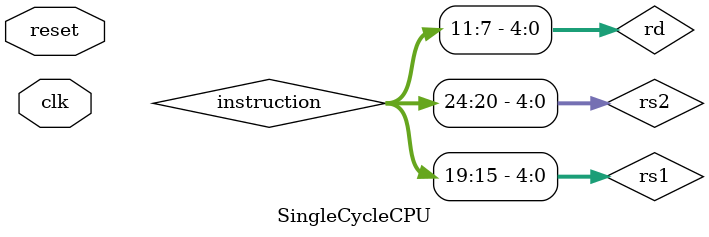
<source format=sv>

module SingleCycleCPU(
    input logic clk,
    input logic reset
);

  // Program Counter wires
  logic [31:0] pc_current, pc_next, pc_plus4, branch_target;

  // Instruction Memory wires
  logic [31:0] instruction;

  // Control Unit wires
  logic RegWrite, ALUSrc, MemWrite, MemToReg, Branch;
  logic [1:0] ALUOp;

  // Register File wires
  logic [4:0] rs1, rs2, rd;
  logic [31:0] rd1, rd2;

  // Immediate Generator
  logic [31:0] imm_out;

  // ALU wires
  logic [3:0] ALUControl;
  logic [31:0] ALU_result;
  logic zero;

  // Data Memory wires
  logic [31:0] read_data;

  // Next PC Mux select
  logic [1:0] pc_src;

  // Assign fields from instruction
  assign rs1 = instruction[19:15];
  assign rs2 = instruction[24:20];
  assign rd  = instruction[11:7];

  // Instantiate modules
  Program_Counter PC (
    .clk(clk),
    .reset(reset),
    .pc_next(pc_next),
    .pc_out(pc_current)
  );

  InstructionMemory IM (
    .addr(pc_current),
    .instr(instruction)
  );

  ControlUnit CU (
    .opcode(instruction[6:0]),
    .RegWrite(RegWrite),
    .ALUSrc(ALUSrc),
    .MemWrite(MemWrite),
    .MemToReg(MemToReg),
    .Branch(Branch),
    .ALUOp(ALUOp)
  );

  RegisterFile RF (
    .clk(clk),
    .we(RegWrite),
    .rs1(rs1),
    .rs2(rs2),
    .rd(rd),
    .wd((MemToReg) ? read_data : ALU_result),
    .rd1(rd1),
    .rd2(rd2)
  );

  ImmediateGenerator IG (
    .instr(instruction),
    .imm_out(imm_out)
  );

  ALUControlUnit ALU_CU (
    .ALUOp(ALUOp),
    .funct3(instruction[14:12]),
    .funct7(instruction[31:25]),
    .ALUControl(ALUControl)
  );

  ALU alu (
    .A(rd1),
    .B((ALUSrc) ? imm_out : rd2),
    .ALUControl(ALUControl),
    .result(ALU_result),
    .zero(zero)
  );

  DataMemory DM (
    .clk(clk),
    .MemWrite(MemWrite),
    .addr(ALU_result),
    .wd(rd2),
    .rd(read_data)
  );

  BranchTargetAdder BTA (
    .pc(pc_current),
    .imm_gn(imm_out),
    .branch_target(branch_target)
  );

  assign pc_plus4 = pc_current + 4;
  assign pc_src = (Branch && zero) ? 2'b01 : 2'b00;

  NextPCMux npc_mux (
    .pc_plus_4(pc_plus4),
    .branch_target(branch_target),
    .jump_target(32'b0), // Jump not implemented
    .pc_src(pc_src),
    .next_pc(pc_next)
  );

endmodule


</source>
